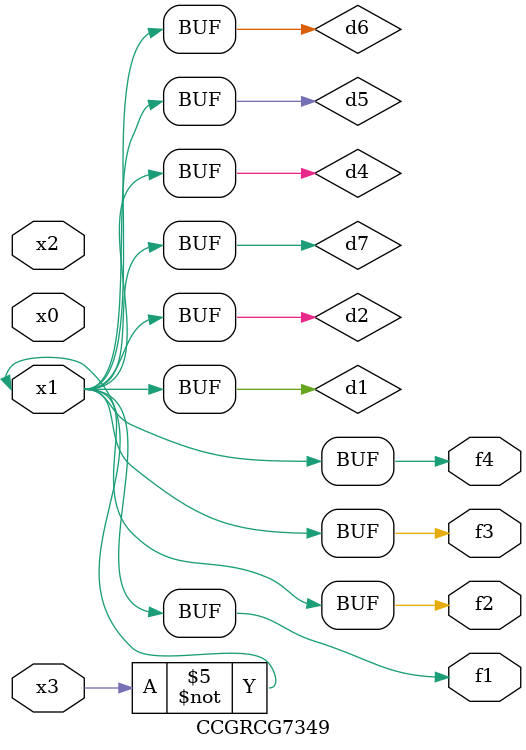
<source format=v>
module CCGRCG7349(
	input x0, x1, x2, x3,
	output f1, f2, f3, f4
);

	wire d1, d2, d3, d4, d5, d6, d7;

	not (d1, x3);
	buf (d2, x1);
	xnor (d3, d1, d2);
	nor (d4, d1);
	buf (d5, d1, d2);
	buf (d6, d4, d5);
	nand (d7, d4);
	assign f1 = d6;
	assign f2 = d7;
	assign f3 = d6;
	assign f4 = d6;
endmodule

</source>
